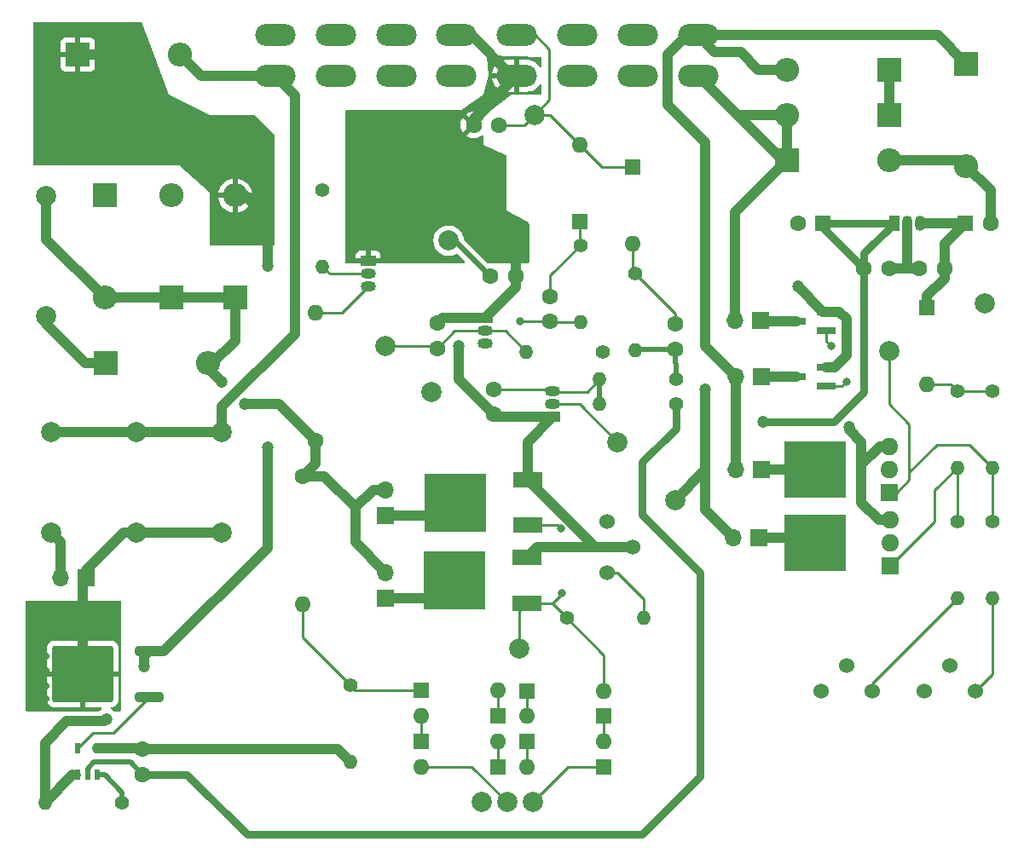
<source format=gtl>
%TF.GenerationSoftware,KiCad,Pcbnew,7.0.2*%
%TF.CreationDate,2024-11-06T13:00:57+09:00*%
%TF.ProjectId,YZ_CDI_TEST_V1,595a5f43-4449-45f5-9445-53545f56312e,rev?*%
%TF.SameCoordinates,Original*%
%TF.FileFunction,Copper,L1,Top*%
%TF.FilePolarity,Positive*%
%FSLAX46Y46*%
G04 Gerber Fmt 4.6, Leading zero omitted, Abs format (unit mm)*
G04 Created by KiCad (PCBNEW 7.0.2) date 2024-11-06 13:00:57*
%MOMM*%
%LPD*%
G01*
G04 APERTURE LIST*
G04 Aperture macros list*
%AMRoundRect*
0 Rectangle with rounded corners*
0 $1 Rounding radius*
0 $2 $3 $4 $5 $6 $7 $8 $9 X,Y pos of 4 corners*
0 Add a 4 corners polygon primitive as box body*
4,1,4,$2,$3,$4,$5,$6,$7,$8,$9,$2,$3,0*
0 Add four circle primitives for the rounded corners*
1,1,$1+$1,$2,$3*
1,1,$1+$1,$4,$5*
1,1,$1+$1,$6,$7*
1,1,$1+$1,$8,$9*
0 Add four rect primitives between the rounded corners*
20,1,$1+$1,$2,$3,$4,$5,0*
20,1,$1+$1,$4,$5,$6,$7,0*
20,1,$1+$1,$6,$7,$8,$9,0*
20,1,$1+$1,$8,$9,$2,$3,0*%
G04 Aperture macros list end*
%TA.AperFunction,ComponentPad*%
%ADD10R,1.800000X1.717500*%
%TD*%
%TA.AperFunction,ComponentPad*%
%ADD11O,1.800000X1.717500*%
%TD*%
%TA.AperFunction,SMDPad,CuDef*%
%ADD12R,6.200000X5.700000*%
%TD*%
%TA.AperFunction,ComponentPad*%
%ADD13C,2.000000*%
%TD*%
%TA.AperFunction,ComponentPad*%
%ADD14C,1.400000*%
%TD*%
%TA.AperFunction,ComponentPad*%
%ADD15O,1.400000X1.400000*%
%TD*%
%TA.AperFunction,SMDPad,CuDef*%
%ADD16R,1.900000X0.800000*%
%TD*%
%TA.AperFunction,ComponentPad*%
%ADD17R,1.600000X1.600000*%
%TD*%
%TA.AperFunction,ComponentPad*%
%ADD18O,1.600000X1.600000*%
%TD*%
%TA.AperFunction,SMDPad,CuDef*%
%ADD19R,0.600000X1.050000*%
%TD*%
%TA.AperFunction,ComponentPad*%
%ADD20C,1.600000*%
%TD*%
%TA.AperFunction,ComponentPad*%
%ADD21R,2.400000X2.400000*%
%TD*%
%TA.AperFunction,ComponentPad*%
%ADD22O,2.400000X2.400000*%
%TD*%
%TA.AperFunction,ComponentPad*%
%ADD23R,1.700000X1.700000*%
%TD*%
%TA.AperFunction,ComponentPad*%
%ADD24O,1.700000X1.700000*%
%TD*%
%TA.AperFunction,ComponentPad*%
%ADD25R,1.500000X1.050000*%
%TD*%
%TA.AperFunction,ComponentPad*%
%ADD26O,1.500000X1.050000*%
%TD*%
%TA.AperFunction,ComponentPad*%
%ADD27O,4.000000X2.200000*%
%TD*%
%TA.AperFunction,SMDPad,CuDef*%
%ADD28R,3.000000X1.600000*%
%TD*%
%TA.AperFunction,SMDPad,CuDef*%
%ADD29R,6.200000X5.800000*%
%TD*%
%TA.AperFunction,ComponentPad*%
%ADD30C,1.524000*%
%TD*%
%TA.AperFunction,SMDPad,CuDef*%
%ADD31RoundRect,0.240000X1.175000X-0.240000X1.175000X0.240000X-1.175000X0.240000X-1.175000X-0.240000X0*%
%TD*%
%TA.AperFunction,SMDPad,CuDef*%
%ADD32RoundRect,0.281500X2.768500X-2.533500X2.768500X2.533500X-2.768500X2.533500X-2.768500X-2.533500X0*%
%TD*%
%TA.AperFunction,ComponentPad*%
%ADD33R,1.050000X1.500000*%
%TD*%
%TA.AperFunction,ComponentPad*%
%ADD34O,1.050000X1.500000*%
%TD*%
%TA.AperFunction,ViaPad*%
%ADD35C,1.200000*%
%TD*%
%TA.AperFunction,ViaPad*%
%ADD36C,0.800000*%
%TD*%
%TA.AperFunction,ViaPad*%
%ADD37C,0.700000*%
%TD*%
%TA.AperFunction,Conductor*%
%ADD38C,0.250000*%
%TD*%
%TA.AperFunction,Conductor*%
%ADD39C,1.000000*%
%TD*%
%TA.AperFunction,Conductor*%
%ADD40C,0.600000*%
%TD*%
%TA.AperFunction,Conductor*%
%ADD41C,0.800000*%
%TD*%
%TA.AperFunction,Conductor*%
%ADD42C,0.500000*%
%TD*%
G04 APERTURE END LIST*
D10*
%TO.P,Q6,1,G*%
%TO.N,Net-(Q5-G)*%
X191390000Y-104000000D03*
D11*
%TO.P,Q6,2*%
%TO.N,N/C*%
X191390000Y-101710000D03*
%TO.P,Q6,3,S*%
%TO.N,GND*%
X191390000Y-99420000D03*
D12*
%TO.P,Q6,4,D*%
%TO.N,Net-(JP4-A)*%
X183956667Y-101710000D03*
%TD*%
D13*
%TO.P,TP5,1,1*%
%TO.N,Net-(Q2-C)*%
X141350000Y-89500000D03*
%TD*%
D14*
%TO.P,R2,1*%
%TO.N,Net-(D1-K)*%
X160670000Y-79460000D03*
D15*
%TO.P,R2,2*%
%TO.N,Net-(Q2-B)*%
X160670000Y-87080000D03*
%TD*%
D16*
%TO.P,Q3,1,G*%
%TO.N,Net-(Q3-G)*%
X185100000Y-87950000D03*
%TO.P,Q3,2,S*%
%TO.N,GND*%
X185100000Y-86050000D03*
%TO.P,Q3,3,D*%
%TO.N,Net-(JP1-A)*%
X182100000Y-87000000D03*
%TD*%
D17*
%TO.P,DZ1,1,K*%
%TO.N,+12V*%
X195100000Y-85690000D03*
D18*
%TO.P,DZ1,2,A*%
%TO.N,Net-(DZ1-A)*%
X195100000Y-93310000D03*
%TD*%
D19*
%TO.P,U2,1,GND*%
%TO.N,GND*%
X110787500Y-132087500D03*
%TO.P,U2,2,VDD*%
%TO.N,+5V*%
X111737500Y-132087500D03*
%TO.P,U2,3,IN*%
%TO.N,Net-(E1-C)*%
X112687500Y-132087500D03*
%TO.P,U2,4,GND*%
%TO.N,GND*%
X112687500Y-129387500D03*
%TO.P,U2,5,OUT*%
%TO.N,Net-(Q9-G)*%
X110787500Y-129387500D03*
%TD*%
D20*
%TO.P,C6,1*%
%TO.N,Net-(Q2-C)*%
X146490000Y-89690000D03*
%TO.P,C6,2*%
%TO.N,GND*%
X146490000Y-87190000D03*
%TD*%
%TO.P,C1,1*%
%TO.N,/WL*%
X152600000Y-67500000D03*
%TO.P,C1,2*%
%TO.N,GND*%
X150100000Y-67500000D03*
%TD*%
D21*
%TO.P,D9,1,K*%
%TO.N,/GW*%
X181190000Y-71000000D03*
D22*
%TO.P,D9,2,A*%
%TO.N,GND*%
X191350000Y-71000000D03*
%TD*%
D23*
%TO.P,JP4,1,A*%
%TO.N,Net-(JP4-A)*%
X178640000Y-101750000D03*
D24*
%TO.P,JP4,2,B*%
%TO.N,/GL*%
X176100000Y-101750000D03*
%TD*%
D13*
%TO.P,TP10,1,1*%
%TO.N,Net-(DZ5-A)*%
X154600000Y-119500000D03*
%TD*%
%TO.P,TP2,1,1*%
%TO.N,Net-(Q1-B)*%
X145920000Y-94000000D03*
%TD*%
%TO.P,TP9,1,1*%
%TO.N,/CHG*%
X107650000Y-74582944D03*
%TD*%
D17*
%TO.P,DZ2,1,K*%
%TO.N,Net-(DZ2-K)*%
X163020000Y-131250000D03*
D18*
%TO.P,DZ2,2,A*%
%TO.N,Net-(DZ2-A)*%
X155400000Y-131250000D03*
%TD*%
D20*
%TO.P,C11,1*%
%TO.N,+5V*%
X117187500Y-132037500D03*
%TO.P,C11,2*%
%TO.N,GND*%
X117187500Y-129537500D03*
%TD*%
D21*
%TO.P,D3,1,K*%
%TO.N,/CHG*%
X120050000Y-84662944D03*
D22*
%TO.P,D3,2,A*%
%TO.N,/BR*%
X120050000Y-74502944D03*
%TD*%
D23*
%TO.P,JP6,1,A*%
%TO.N,Net-(JP6-A)*%
X141350000Y-106275000D03*
D24*
%TO.P,JP6,2,B*%
%TO.N,/CHG*%
X141350000Y-103735000D03*
%TD*%
D14*
%TO.P,R6,1*%
%TO.N,+5V*%
X135100000Y-73940000D03*
D15*
%TO.P,R6,2*%
%TO.N,Net-(E1-C)*%
X135100000Y-81560000D03*
%TD*%
D14*
%TO.P,R10,1*%
%TO.N,Net-(Q5-G)*%
X201600000Y-106940000D03*
D15*
%TO.P,R10,2*%
%TO.N,Net-(R10-Pad2)*%
X201600000Y-114560000D03*
%TD*%
D22*
%TO.P,D6,2,A*%
%TO.N,/GL*%
X181190000Y-62000000D03*
D21*
%TO.P,D6,1,K*%
%TO.N,+12V*%
X191350000Y-62000000D03*
%TD*%
%TO.P,D10,1,K*%
%TO.N,/CAP+*%
X113570000Y-91182944D03*
D22*
%TO.P,D10,2,A*%
%TO.N,/CHG*%
X123730000Y-91182944D03*
%TD*%
D17*
%TO.P,C10,1*%
%TO.N,+5V*%
X184782379Y-77250000D03*
D20*
%TO.P,C10,2*%
%TO.N,GND*%
X182282379Y-77250000D03*
%TD*%
D25*
%TO.P,Q2,1,E*%
%TO.N,GND*%
X151190000Y-86700000D03*
D26*
%TO.P,Q2,2,C*%
%TO.N,Net-(Q2-C)*%
X151190000Y-87970000D03*
%TO.P,Q2,3,B*%
%TO.N,Net-(Q2-B)*%
X151190000Y-89240000D03*
%TD*%
D14*
%TO.P,R1,1*%
%TO.N,Net-(D2-A)*%
X166110000Y-82270000D03*
D15*
%TO.P,R1,2*%
%TO.N,Net-(C2-Pad2)*%
X166110000Y-89890000D03*
%TD*%
D14*
%TO.P,R7,1*%
%TO.N,Net-(Q3-G)*%
X198100000Y-106940000D03*
D15*
%TO.P,R7,2*%
%TO.N,Net-(R7-Pad2)*%
X198100000Y-114560000D03*
%TD*%
D25*
%TO.P,Q1,1,E*%
%TO.N,GND*%
X157920000Y-96520000D03*
D26*
%TO.P,Q1,2,C*%
%TO.N,Net-(E1-C)*%
X157920000Y-95250000D03*
%TO.P,Q1,3,B*%
%TO.N,Net-(Q1-B)*%
X157920000Y-93980000D03*
%TD*%
D17*
%TO.P,D1,1,K*%
%TO.N,Net-(D1-K)*%
X160600000Y-77060000D03*
D18*
%TO.P,D1,2,A*%
%TO.N,/WL*%
X160600000Y-69440000D03*
%TD*%
D27*
%TO.P,CN1,1,BW_KILL*%
%TO.N,/BW*%
X130391796Y-58595520D03*
%TO.P,CN1,2,BR_CHG1*%
%TO.N,/BR*%
X136391796Y-58595520D03*
%TO.P,CN1,3,R_SOL*%
%TO.N,unconnected-(CN1-R_SOL-Pad3)*%
X142391796Y-58595520D03*
%TO.P,CN1,4,B_GND*%
%TO.N,GND*%
X148391796Y-58595520D03*
%TO.P,CN1,5,WL_PU*%
%TO.N,/WL*%
X154391796Y-58595520D03*
%TO.P,CN1,6,L_TPS_REF+*%
%TO.N,unconnected-(CN1-L_TPS_REF+-Pad6)*%
X160391796Y-58595520D03*
%TO.P,CN1,7,BL_TPS_GND*%
%TO.N,unconnected-(CN1-BL_TPS_GND-Pad7)*%
X166391796Y-58595520D03*
%TO.P,CN1,8,GL_CHG2-*%
%TO.N,/GL*%
X172391796Y-58595520D03*
%TO.P,CN1,9,GW_CHG2-*%
%TO.N,/GW*%
X172391796Y-62595520D03*
%TO.P,CN1,10,Y_TPS_IN*%
%TO.N,unconnected-(CN1-Y_TPS_IN-Pad10)*%
X166391796Y-62595520D03*
%TO.P,CN1,11,NON*%
%TO.N,unconnected-(CN1-NON-Pad11)*%
X160391796Y-62595520D03*
%TO.P,CN1,12,WR_PU_GND*%
%TO.N,GND*%
X154391796Y-62595520D03*
%TO.P,CN1,13,NON*%
%TO.N,unconnected-(CN1-NON-Pad13)*%
X148391796Y-62595520D03*
%TO.P,CN1,14,SB_NW_SW*%
%TO.N,unconnected-(CN1-SB_NW_SW-Pad14)*%
X142391796Y-62595520D03*
%TO.P,CN1,15,NON*%
%TO.N,unconnected-(CN1-NON-Pad15)*%
X136391796Y-62595520D03*
%TO.P,CN1,16,OR_IG*%
%TO.N,/OR*%
X130391796Y-62595520D03*
%TD*%
D10*
%TO.P,Q4,1,G*%
%TO.N,Net-(Q3-G)*%
X191430000Y-111290000D03*
D11*
%TO.P,Q4,2*%
%TO.N,N/C*%
X191430000Y-109000000D03*
%TO.P,Q4,3,S*%
%TO.N,GND*%
X191430000Y-106710000D03*
D12*
%TO.P,Q4,4,D*%
%TO.N,Net-(JP2-A)*%
X183996667Y-109000000D03*
%TD*%
D21*
%TO.P,D8,1,K*%
%TO.N,/GL*%
X199020000Y-61420000D03*
D22*
%TO.P,D8,2,A*%
%TO.N,GND*%
X199020000Y-71580000D03*
%TD*%
D28*
%TO.P,Q8,1,G*%
%TO.N,Net-(DZ5-A)*%
X155430000Y-107285000D03*
%TO.P,Q8,3,S*%
%TO.N,GND*%
X155430000Y-102715000D03*
D29*
%TO.P,Q8,4,D*%
%TO.N,Net-(JP6-A)*%
X148260000Y-105000000D03*
%TD*%
D17*
%TO.P,DZ7,1,K*%
%TO.N,Net-(DZ6-A)*%
X152520000Y-126250000D03*
D18*
%TO.P,DZ7,2,A*%
%TO.N,Net-(DZ7-A)*%
X144900000Y-126250000D03*
%TD*%
D28*
%TO.P,Q7,1,G*%
%TO.N,Net-(DZ5-A)*%
X155350000Y-115070000D03*
%TO.P,Q7,3,S*%
%TO.N,GND*%
X155350000Y-110500000D03*
D29*
%TO.P,Q7,4,D*%
%TO.N,Net-(JP5-A)*%
X148180000Y-112785000D03*
%TD*%
D20*
%TO.P,C9,1*%
%TO.N,+5V*%
X188850000Y-81750000D03*
%TO.P,C9,2*%
%TO.N,GND*%
X191350000Y-81750000D03*
%TD*%
D23*
%TO.P,JP5,1,A*%
%TO.N,Net-(JP5-A)*%
X141350000Y-114500000D03*
D24*
%TO.P,JP5,2,B*%
%TO.N,/CHG*%
X141350000Y-111960000D03*
%TD*%
D13*
%TO.P,C13,1*%
%TO.N,/OR*%
X125100000Y-98000000D03*
%TO.P,C13,2*%
%TO.N,/CAP+*%
X125100000Y-108000000D03*
%TD*%
%TO.P,TP3,1,1*%
%TO.N,Net-(Q2-B)*%
X147600000Y-79000000D03*
%TD*%
D21*
%TO.P,D5,1,K*%
%TO.N,/CHG*%
X126400000Y-84662944D03*
D22*
%TO.P,D5,2,A*%
%TO.N,GND*%
X126400000Y-74502944D03*
%TD*%
D20*
%TO.P,C8,1*%
%TO.N,+12V*%
X196850000Y-81750000D03*
%TO.P,C8,2*%
%TO.N,GND*%
X194350000Y-81750000D03*
%TD*%
D14*
%TO.P,R12,1*%
%TO.N,Net-(DZ5-A)*%
X159350000Y-116500000D03*
D15*
%TO.P,R12,2*%
%TO.N,Net-(R12-Pad2)*%
X166970000Y-116500000D03*
%TD*%
D21*
%TO.P,D4,1,K*%
%TO.N,/BW*%
X113450000Y-74502944D03*
D22*
%TO.P,D4,2,A*%
%TO.N,/CHG*%
X113450000Y-84662944D03*
%TD*%
D13*
%TO.P,TP8,1,1*%
%TO.N,+12V*%
X200850000Y-85250000D03*
%TD*%
%TO.P,C14,1*%
%TO.N,/OR*%
X116600000Y-98000000D03*
%TO.P,C14,2*%
%TO.N,/CAP+*%
X116600000Y-108000000D03*
%TD*%
D16*
%TO.P,Q5,1,G*%
%TO.N,Net-(Q5-G)*%
X185115000Y-93450000D03*
%TO.P,Q5,2,S*%
%TO.N,GND*%
X185115000Y-91550000D03*
%TO.P,Q5,3,D*%
%TO.N,Net-(JP3-A)*%
X182115000Y-92500000D03*
%TD*%
D17*
%TO.P,C7,1*%
%TO.N,+12V*%
X198917620Y-77250000D03*
D20*
%TO.P,C7,2*%
%TO.N,GND*%
X201417620Y-77250000D03*
%TD*%
D13*
%TO.P,SW1,1,A*%
%TO.N,Net-(DZ5-A)*%
X150850000Y-134750000D03*
%TO.P,SW1,2,B*%
%TO.N,Net-(DZ9-A)*%
X153390000Y-134750000D03*
%TO.P,SW1,3,C*%
%TO.N,Net-(DZ2-K)*%
X155930000Y-134750000D03*
%TD*%
D20*
%TO.P,C4,1*%
%TO.N,Net-(Q1-B)*%
X152060000Y-93750000D03*
%TO.P,C4,2*%
%TO.N,GND*%
X152060000Y-96250000D03*
%TD*%
D21*
%TO.P,D7,1,K*%
%TO.N,+12V*%
X191350000Y-66500000D03*
D22*
%TO.P,D7,2,A*%
%TO.N,/GW*%
X181190000Y-66500000D03*
%TD*%
D17*
%TO.P,DZ5,1,K*%
%TO.N,Net-(DZ4-A)*%
X155400000Y-123750000D03*
D18*
%TO.P,DZ5,2,A*%
%TO.N,Net-(DZ5-A)*%
X163020000Y-123750000D03*
%TD*%
D13*
%TO.P,TP1,1,1*%
%TO.N,/WL*%
X156100000Y-66500000D03*
%TD*%
%TO.P,TP11,1,1*%
%TO.N,/CAP+*%
X107600000Y-86500000D03*
%TD*%
D17*
%TO.P,DZ8,1,K*%
%TO.N,Net-(DZ7-A)*%
X144890000Y-128750000D03*
D18*
%TO.P,DZ8,2,A*%
%TO.N,Net-(DZ8-A)*%
X152510000Y-128750000D03*
%TD*%
D23*
%TO.P,JP2,1,A*%
%TO.N,Net-(JP2-A)*%
X178390000Y-108500000D03*
D24*
%TO.P,JP2,2,B*%
%TO.N,/GW*%
X175850000Y-108500000D03*
%TD*%
D17*
%TO.P,DZ6,1,K*%
%TO.N,Net-(DZ6-K)*%
X144890000Y-123650000D03*
D18*
%TO.P,DZ6,2,A*%
%TO.N,Net-(DZ6-A)*%
X152510000Y-123650000D03*
%TD*%
D25*
%TO.P,E1,1,E*%
%TO.N,GND*%
X139600000Y-81000000D03*
D26*
%TO.P,E1,2,C*%
%TO.N,Net-(E1-C)*%
X139600000Y-82270000D03*
%TO.P,E1,3,B*%
%TO.N,Net-(E1-B)*%
X139600000Y-83540000D03*
%TD*%
D30*
%TO.P,RN2,1*%
%TO.N,Net-(R10-Pad2)*%
X199890000Y-123750000D03*
%TO.P,RN2,2*%
%TO.N,GND*%
X197350000Y-121210000D03*
%TO.P,RN2,3*%
%TO.N,unconnected-(RN2-Pad3)*%
X194810000Y-123750000D03*
%TD*%
D23*
%TO.P,JP1,1,A*%
%TO.N,Net-(JP1-A)*%
X178600000Y-86950000D03*
D24*
%TO.P,JP1,2,B*%
%TO.N,/GW*%
X176060000Y-86950000D03*
%TD*%
D20*
%TO.P,C5,1*%
%TO.N,Net-(Q2-B)*%
X151740000Y-82540000D03*
%TO.P,C5,2*%
%TO.N,GND*%
X154240000Y-82540000D03*
%TD*%
D14*
%TO.P,R5,1*%
%TO.N,+5V*%
X162920000Y-90020000D03*
D15*
%TO.P,R5,2*%
%TO.N,Net-(Q2-C)*%
X155300000Y-90020000D03*
%TD*%
D13*
%TO.P,TP7,1,1*%
%TO.N,Net-(Q5-G)*%
X191350000Y-90000000D03*
%TD*%
D20*
%TO.P,C2,1*%
%TO.N,Net-(D2-A)*%
X170110000Y-87270000D03*
%TO.P,C2,2*%
%TO.N,Net-(C2-Pad2)*%
X170110000Y-89770000D03*
%TD*%
D17*
%TO.P,DZ4,1,K*%
%TO.N,Net-(DZ3-A)*%
X163020000Y-126250000D03*
D18*
%TO.P,DZ4,2,A*%
%TO.N,Net-(DZ4-A)*%
X155400000Y-126250000D03*
%TD*%
D20*
%TO.P,C3,1*%
%TO.N,Net-(D1-K)*%
X157670000Y-84520000D03*
%TO.P,C3,2*%
%TO.N,Net-(Q2-B)*%
X157670000Y-87020000D03*
%TD*%
D14*
%TO.P,R9,1*%
%TO.N,Net-(DZ1-A)*%
X198100000Y-93940000D03*
D15*
%TO.P,R9,2*%
%TO.N,Net-(Q3-G)*%
X198100000Y-101560000D03*
%TD*%
D14*
%TO.P,R14,1*%
%TO.N,Net-(DZ6-K)*%
X137850000Y-123190000D03*
D15*
%TO.P,R14,2*%
%TO.N,GND*%
X137850000Y-130810000D03*
%TD*%
D23*
%TO.P,JP3,1,A*%
%TO.N,Net-(JP3-A)*%
X178640000Y-92500000D03*
D24*
%TO.P,JP3,2,B*%
%TO.N,/GL*%
X176100000Y-92500000D03*
%TD*%
D14*
%TO.P,R11,1*%
%TO.N,Net-(DZ1-A)*%
X201600000Y-93940000D03*
D15*
%TO.P,R11,2*%
%TO.N,Net-(Q5-G)*%
X201600000Y-101560000D03*
%TD*%
D13*
%TO.P,C12,2*%
%TO.N,Net-(JP7-B)*%
X108100000Y-108000000D03*
%TO.P,C12,1*%
%TO.N,/OR*%
X108100000Y-98000000D03*
%TD*%
D20*
%TO.P,R13,1*%
%TO.N,/CHG*%
X133100000Y-102400000D03*
D18*
%TO.P,R13,2*%
%TO.N,Net-(DZ6-K)*%
X133100000Y-115100000D03*
%TD*%
D20*
%TO.P,R8,1*%
%TO.N,/CHG*%
X134350000Y-98850000D03*
D18*
%TO.P,R8,2*%
%TO.N,Net-(E1-B)*%
X134350000Y-86150000D03*
%TD*%
D17*
%TO.P,DZ9,1,K*%
%TO.N,Net-(DZ8-A)*%
X152510000Y-131250000D03*
D18*
%TO.P,DZ9,2,A*%
%TO.N,Net-(DZ9-A)*%
X144890000Y-131250000D03*
%TD*%
D31*
%TO.P,Q9,1,G*%
%TO.N,Net-(Q9-G)*%
X117902500Y-124323500D03*
D32*
%TO.P,Q9,2,D*%
%TO.N,/CAP+*%
X111252500Y-122037500D03*
D31*
%TO.P,Q9,3,S*%
%TO.N,GND*%
X117902500Y-119751500D03*
%TD*%
D13*
%TO.P,TP6,1,1*%
%TO.N,/GW*%
X170100000Y-104750000D03*
%TD*%
%TO.P,TP4,1,1*%
%TO.N,Net-(E1-C)*%
X164350000Y-99000000D03*
%TD*%
D30*
%TO.P,RN1,1*%
%TO.N,Net-(R7-Pad2)*%
X189640000Y-123750000D03*
%TO.P,RN1,2*%
%TO.N,GND*%
X187100000Y-121210000D03*
%TO.P,RN1,3*%
%TO.N,unconnected-(RN1-Pad3)*%
X184560000Y-123750000D03*
%TD*%
D14*
%TO.P,R4,1*%
%TO.N,+5V*%
X170200000Y-95240000D03*
D15*
%TO.P,R4,2*%
%TO.N,Net-(Q1-B)*%
X162580000Y-95240000D03*
%TD*%
D17*
%TO.P,D2,1,K*%
%TO.N,/WL*%
X165850000Y-71690000D03*
D18*
%TO.P,D2,2,A*%
%TO.N,Net-(D2-A)*%
X165850000Y-79310000D03*
%TD*%
D14*
%TO.P,R15,1*%
%TO.N,Net-(E1-C)*%
X115167500Y-134817500D03*
D15*
%TO.P,R15,2*%
%TO.N,GND*%
X107547500Y-134817500D03*
%TD*%
D21*
%TO.P,D11,1,K*%
%TO.N,GND*%
X110770000Y-60500000D03*
D22*
%TO.P,D11,2,A*%
%TO.N,/OR*%
X120930000Y-60500000D03*
%TD*%
D30*
%TO.P,RN3,1*%
%TO.N,Net-(R12-Pad2)*%
X163350000Y-112000000D03*
%TO.P,RN3,2*%
%TO.N,GND*%
X165890000Y-109460000D03*
%TO.P,RN3,3*%
%TO.N,unconnected-(RN3-Pad3)*%
X163350000Y-106920000D03*
%TD*%
D23*
%TO.P,JP7,1,A*%
%TO.N,/CAP+*%
X111600000Y-112500000D03*
D24*
%TO.P,JP7,2,B*%
%TO.N,Net-(JP7-B)*%
X109060000Y-112500000D03*
%TD*%
D14*
%TO.P,R3,1*%
%TO.N,Net-(C2-Pad2)*%
X170200000Y-92770000D03*
D15*
%TO.P,R3,2*%
%TO.N,Net-(Q1-B)*%
X162580000Y-92770000D03*
%TD*%
D17*
%TO.P,DZ3,1,K*%
%TO.N,Net-(DZ2-A)*%
X155400000Y-128750000D03*
D18*
%TO.P,DZ3,2,A*%
%TO.N,Net-(DZ3-A)*%
X163020000Y-128750000D03*
%TD*%
D33*
%TO.P,U1,1,VO*%
%TO.N,+5V*%
X191850000Y-77250000D03*
D34*
%TO.P,U1,2,GND*%
%TO.N,GND*%
X193120000Y-77250000D03*
%TO.P,U1,3,VI*%
%TO.N,+12V*%
X194390000Y-77250000D03*
%TD*%
D35*
%TO.N,GND*%
X129600000Y-99500000D03*
X129600000Y-81500000D03*
%TO.N,/CHG*%
X127350000Y-95250000D03*
X125100000Y-93000000D03*
%TO.N,GND*%
X187350000Y-97500000D03*
D36*
%TO.N,Net-(Q3-G)*%
X185600000Y-89500000D03*
%TO.N,Net-(Q5-G)*%
X187100000Y-93000000D03*
D35*
%TO.N,+5V*%
X178850000Y-97000000D03*
%TO.N,/GW*%
X173100000Y-93750000D03*
%TO.N,GND*%
X182282379Y-83567621D03*
D37*
%TO.N,/CAP+*%
X107600000Y-124500000D03*
X107600000Y-120250000D03*
X107600000Y-121750000D03*
X107600000Y-123250000D03*
X112600000Y-124500000D03*
X112600000Y-120250000D03*
X112600000Y-121750000D03*
X112600000Y-123250000D03*
X111350000Y-124500000D03*
X110100000Y-124500000D03*
X108850000Y-124500000D03*
X110100000Y-123250000D03*
X111350000Y-123250000D03*
X111350000Y-121750000D03*
X110100000Y-121750000D03*
X108850000Y-123250000D03*
X108850000Y-121750000D03*
X111350000Y-120250000D03*
X110100000Y-120250000D03*
X108850000Y-120250000D03*
D35*
%TO.N,GND*%
X148600000Y-89500000D03*
X113607500Y-126567500D03*
X117357500Y-121317500D03*
D36*
%TO.N,Net-(Q2-B)*%
X154670000Y-87020000D03*
%TO.N,Net-(DZ5-A)*%
X158755036Y-107594964D03*
X158850000Y-114000000D03*
%TD*%
D38*
%TO.N,Net-(E1-C)*%
X160600000Y-95250000D02*
X157920000Y-95250000D01*
D39*
%TO.N,GND*%
X155430000Y-99010000D02*
X157920000Y-96520000D01*
X155430000Y-102715000D02*
X155430000Y-99010000D01*
X127352944Y-74502944D02*
X126400000Y-74502944D01*
X129600000Y-76750000D02*
X127352944Y-74502944D01*
X129600000Y-81500000D02*
X129600000Y-76750000D01*
X129600000Y-109500000D02*
X129600000Y-99500000D01*
X119348500Y-119751500D02*
X129600000Y-109500000D01*
X117902500Y-119751500D02*
X119348500Y-119751500D01*
%TO.N,Net-(JP2-A)*%
X178390000Y-108500000D02*
X183496667Y-108500000D01*
%TO.N,GND*%
X113425000Y-126750000D02*
X113607500Y-126567500D01*
X107547500Y-128877500D02*
X109675000Y-126750000D01*
X109675000Y-126750000D02*
X113425000Y-126750000D01*
X107547500Y-134817500D02*
X107547500Y-128877500D01*
%TO.N,/OR*%
X125100000Y-95500000D02*
X125100000Y-98000000D01*
X132350000Y-88250000D02*
X125100000Y-95500000D01*
X132350000Y-64553724D02*
X132350000Y-88250000D01*
X130391796Y-62595520D02*
X132350000Y-64553724D01*
%TO.N,/CHG*%
X130750000Y-95250000D02*
X134350000Y-98850000D01*
X123730000Y-91630000D02*
X125100000Y-93000000D01*
X127350000Y-95250000D02*
X130750000Y-95250000D01*
D40*
%TO.N,GND*%
X110277500Y-132087500D02*
X110737500Y-132087500D01*
D39*
X107547500Y-134817500D02*
X110277500Y-132087500D01*
%TO.N,/CAP+*%
X107600000Y-87282944D02*
X107600000Y-86500000D01*
X111500000Y-91182944D02*
X107600000Y-87282944D01*
X113570000Y-91182944D02*
X111500000Y-91182944D01*
D38*
%TO.N,Net-(R7-Pad2)*%
X189640000Y-123020000D02*
X189640000Y-123750000D01*
X198100000Y-114560000D02*
X189640000Y-123020000D01*
%TO.N,Net-(R10-Pad2)*%
X201600000Y-122040000D02*
X199890000Y-123750000D01*
X201600000Y-114560000D02*
X201600000Y-122040000D01*
%TO.N,Net-(Q3-G)*%
X198100000Y-106940000D02*
X198100000Y-101560000D01*
%TO.N,Net-(Q5-G)*%
X201600000Y-106940000D02*
X201600000Y-101560000D01*
D39*
%TO.N,GND*%
X187350000Y-97753333D02*
X187350000Y-97500000D01*
X188600000Y-99003333D02*
X187350000Y-97753333D01*
X188600000Y-101250000D02*
X188600000Y-99003333D01*
D38*
%TO.N,Net-(Q3-G)*%
X185100000Y-89000000D02*
X185600000Y-89500000D01*
X185100000Y-87950000D02*
X185100000Y-89000000D01*
%TO.N,Net-(Q5-G)*%
X193350000Y-102000000D02*
X193350000Y-102750000D01*
X196100000Y-99250000D02*
X193350000Y-102000000D01*
X199290000Y-99250000D02*
X196100000Y-99250000D01*
X201600000Y-101560000D02*
X199290000Y-99250000D01*
%TO.N,Net-(DZ1-A)*%
X198100000Y-93940000D02*
X201600000Y-93940000D01*
X197470000Y-93310000D02*
X198100000Y-93940000D01*
X195100000Y-93310000D02*
X197470000Y-93310000D01*
%TO.N,Net-(Q3-G)*%
X195850000Y-106870000D02*
X195850000Y-103810000D01*
X191430000Y-111290000D02*
X195850000Y-106870000D01*
X195850000Y-103810000D02*
X198100000Y-101560000D01*
%TO.N,Net-(Q5-G)*%
X193350000Y-102750000D02*
X192100000Y-104000000D01*
X193350000Y-97250000D02*
X193350000Y-102750000D01*
X191350000Y-95250000D02*
X193350000Y-97250000D01*
X191350000Y-90000000D02*
X191350000Y-95250000D01*
X186650000Y-93450000D02*
X187100000Y-93000000D01*
X185115000Y-93450000D02*
X186650000Y-93450000D01*
D39*
%TO.N,GND*%
X188600000Y-101250000D02*
X188600000Y-105000000D01*
X190430000Y-99420000D02*
X188600000Y-101250000D01*
X188600000Y-105000000D02*
X190310000Y-106710000D01*
X190310000Y-106710000D02*
X191430000Y-106710000D01*
X191390000Y-99420000D02*
X190430000Y-99420000D01*
X187100000Y-90407500D02*
X187100000Y-86750000D01*
X186400000Y-86050000D02*
X185100000Y-86050000D01*
X185957500Y-91550000D02*
X187100000Y-90407500D01*
X185115000Y-91550000D02*
X185957500Y-91550000D01*
X187100000Y-86750000D02*
X186400000Y-86050000D01*
%TO.N,+12V*%
X196850000Y-82750000D02*
X196850000Y-81750000D01*
X195100000Y-84500000D02*
X196850000Y-82750000D01*
X195100000Y-85690000D02*
X195100000Y-84500000D01*
%TO.N,/CAP+*%
X111600000Y-112500000D02*
X111600000Y-111750000D01*
X115350000Y-108000000D02*
X116600000Y-108000000D01*
%TO.N,/OR*%
X108100000Y-98000000D02*
X116600000Y-98000000D01*
X125100000Y-98000000D02*
X116600000Y-98000000D01*
%TO.N,/CAP+*%
X116600000Y-108000000D02*
X125100000Y-108000000D01*
X111600000Y-111750000D02*
X115350000Y-108000000D01*
D41*
%TO.N,+5V*%
X170200000Y-97650000D02*
X170200000Y-95240000D01*
X166850000Y-106250000D02*
X166850000Y-101000000D01*
X166850000Y-101000000D02*
X170200000Y-97650000D01*
X172600000Y-112000000D02*
X166850000Y-106250000D01*
X166850000Y-138000000D02*
X172600000Y-132250000D01*
X172600000Y-132250000D02*
X172600000Y-112000000D01*
X117187500Y-132037500D02*
X121637500Y-132037500D01*
X121637500Y-132037500D02*
X127600000Y-138000000D01*
X127600000Y-138000000D02*
X166850000Y-138000000D01*
D39*
%TO.N,GND*%
X136577500Y-129537500D02*
X137850000Y-130810000D01*
X117187500Y-129537500D02*
X136577500Y-129537500D01*
D41*
%TO.N,+5V*%
X185850000Y-97000000D02*
X178850000Y-97000000D01*
X185850000Y-97000000D02*
X188850000Y-94000000D01*
X188850000Y-81750000D02*
X188850000Y-94000000D01*
D39*
%TO.N,/GW*%
X173100000Y-105750000D02*
X175850000Y-108500000D01*
X173100000Y-101750000D02*
X173100000Y-105750000D01*
X173100000Y-101750000D02*
X170100000Y-104750000D01*
X173100000Y-93750000D02*
X173100000Y-101750000D01*
%TO.N,/GL*%
X176100000Y-101750000D02*
X176100000Y-92500000D01*
%TO.N,Net-(JP4-A)*%
X178640000Y-101750000D02*
X183916667Y-101750000D01*
%TO.N,Net-(JP3-A)*%
X178640000Y-92500000D02*
X182115000Y-92500000D01*
%TO.N,/GL*%
X173100000Y-69250000D02*
X169350000Y-65500000D01*
X173100000Y-89500000D02*
X173100000Y-69250000D01*
X169350000Y-60500000D02*
X171254480Y-58595520D01*
X176100000Y-92500000D02*
X173100000Y-89500000D01*
X169350000Y-65500000D02*
X169350000Y-60500000D01*
%TO.N,Net-(JP1-A)*%
X182100000Y-87000000D02*
X178650000Y-87000000D01*
%TO.N,GND*%
X184764758Y-86050000D02*
X182282379Y-83567621D01*
X185100000Y-86050000D02*
X184764758Y-86050000D01*
%TO.N,/GW*%
X176060000Y-76130000D02*
X181190000Y-71000000D01*
X176060000Y-86950000D02*
X176060000Y-76130000D01*
D41*
%TO.N,+5V*%
X184782379Y-77682379D02*
X188850000Y-81750000D01*
X184782379Y-77250000D02*
X184782379Y-77682379D01*
X184782379Y-77250000D02*
X191850000Y-77250000D01*
X188850000Y-80250000D02*
X191850000Y-77250000D01*
X188850000Y-81750000D02*
X188850000Y-80250000D01*
D39*
%TO.N,+12V*%
X196850000Y-79317620D02*
X198917620Y-77250000D01*
X196850000Y-81750000D02*
X196850000Y-79317620D01*
%TO.N,GND*%
X193120000Y-81520000D02*
X193350000Y-81750000D01*
X193120000Y-77250000D02*
X193120000Y-81520000D01*
X193350000Y-81750000D02*
X191350000Y-81750000D01*
X194350000Y-81750000D02*
X193350000Y-81750000D01*
%TO.N,+12V*%
X198917620Y-77250000D02*
X194390000Y-77250000D01*
%TO.N,GND*%
X201417620Y-73977620D02*
X199020000Y-71580000D01*
X201417620Y-77250000D02*
X201417620Y-73977620D01*
%TO.N,/GW*%
X180796276Y-71000000D02*
X176296276Y-66500000D01*
X181190000Y-66500000D02*
X176296276Y-66500000D01*
X176296276Y-66500000D02*
X172391796Y-62595520D01*
%TO.N,/GL*%
X174046276Y-60250000D02*
X172391796Y-58595520D01*
X176600000Y-60250000D02*
X174046276Y-60250000D01*
X178350000Y-62000000D02*
X176600000Y-60250000D01*
X181190000Y-62000000D02*
X178350000Y-62000000D01*
X199020000Y-61420000D02*
X196195520Y-58595520D01*
X196195520Y-58595520D02*
X172391796Y-58595520D01*
%TO.N,GND*%
X198440000Y-71000000D02*
X199020000Y-71580000D01*
X191350000Y-71000000D02*
X198440000Y-71000000D01*
%TO.N,/GW*%
X181190000Y-66500000D02*
X181190000Y-71000000D01*
%TO.N,+12V*%
X191350000Y-62000000D02*
X191350000Y-66500000D01*
%TO.N,GND*%
X154100000Y-80250000D02*
X154240000Y-80390000D01*
X154240000Y-82540000D02*
X154240000Y-80390000D01*
X110770000Y-60500000D02*
X112397056Y-60500000D01*
%TO.N,/CAP+*%
X111252500Y-120152500D02*
X111252500Y-112847500D01*
D38*
%TO.N,/WL*%
X156100000Y-66500000D02*
X157600000Y-65000000D01*
X157600000Y-60000000D02*
X156195520Y-58595520D01*
X165850000Y-71690000D02*
X162850000Y-71690000D01*
X157660000Y-66500000D02*
X160600000Y-69440000D01*
X155100000Y-67500000D02*
X156100000Y-66500000D01*
X152600000Y-67500000D02*
X155100000Y-67500000D01*
X156100000Y-66500000D02*
X157660000Y-66500000D01*
X162850000Y-71690000D02*
X160600000Y-69440000D01*
X157600000Y-65000000D02*
X157600000Y-60000000D01*
D39*
%TO.N,GND*%
X152060000Y-96250000D02*
X148600000Y-92790000D01*
X150100000Y-67500000D02*
X150100000Y-66887316D01*
X149891796Y-58595520D02*
X148391796Y-58595520D01*
D42*
X110717500Y-132087500D02*
X110787500Y-132087500D01*
D39*
X150100000Y-66887316D02*
X154391796Y-62595520D01*
X162350000Y-109460000D02*
X156390000Y-109460000D01*
X146980000Y-86700000D02*
X151190000Y-86700000D01*
X165890000Y-109460000D02*
X162350000Y-109460000D01*
X117357500Y-121317500D02*
X117357500Y-120296500D01*
X154240000Y-83650000D02*
X151190000Y-86700000D01*
X162175000Y-109460000D02*
X162350000Y-109460000D01*
X148600000Y-92790000D02*
X148600000Y-89500000D01*
X146490000Y-87190000D02*
X146980000Y-86700000D01*
X112687500Y-129387500D02*
X117037500Y-129387500D01*
X152330000Y-96520000D02*
X157920000Y-96520000D01*
X152060000Y-96250000D02*
X152330000Y-96520000D01*
X155430000Y-102715000D02*
X162175000Y-109460000D01*
X156390000Y-109460000D02*
X155350000Y-110500000D01*
X154240000Y-82540000D02*
X154240000Y-83650000D01*
X117357500Y-120296500D02*
X117902500Y-119751500D01*
X153891796Y-62595520D02*
X149891796Y-58595520D01*
D38*
%TO.N,Net-(D2-A)*%
X165850000Y-79310000D02*
X165850000Y-82010000D01*
X170110000Y-86270000D02*
X170110000Y-87270000D01*
X166110000Y-82270000D02*
X170110000Y-86270000D01*
D42*
%TO.N,Net-(C2-Pad2)*%
X166430000Y-89890000D02*
X166550000Y-89770000D01*
X170110000Y-91150000D02*
X170200000Y-91240000D01*
X170200000Y-91240000D02*
X170200000Y-92770000D01*
X166550000Y-89770000D02*
X170110000Y-89770000D01*
X170110000Y-89770000D02*
X170110000Y-91150000D01*
D38*
%TO.N,Net-(D1-K)*%
X160600000Y-77060000D02*
X160600000Y-79390000D01*
X157670000Y-82460000D02*
X160670000Y-79460000D01*
X157670000Y-84520000D02*
X157670000Y-82460000D01*
D42*
%TO.N,Net-(Q2-B)*%
X151740000Y-82540000D02*
X148200000Y-79000000D01*
D38*
X160670000Y-87080000D02*
X157730000Y-87080000D01*
X154670000Y-87020000D02*
X157670000Y-87020000D01*
D42*
%TO.N,Net-(Q1-B)*%
X162580000Y-95240000D02*
X162580000Y-92770000D01*
D38*
X158470000Y-94000000D02*
X161350000Y-94000000D01*
X152060000Y-93750000D02*
X157690000Y-93750000D01*
X161350000Y-94000000D02*
X162580000Y-92770000D01*
%TO.N,Net-(Q2-C)*%
X141350000Y-89500000D02*
X146300000Y-89500000D01*
X148210000Y-87970000D02*
X151190000Y-87970000D01*
X153250000Y-87970000D02*
X151190000Y-87970000D01*
X146490000Y-89690000D02*
X148210000Y-87970000D01*
X155300000Y-90020000D02*
X153250000Y-87970000D01*
D42*
%TO.N,+5V*%
X112357500Y-130817500D02*
X111737500Y-131437500D01*
X117187500Y-132037500D02*
X115967500Y-130817500D01*
X115967500Y-130817500D02*
X112357500Y-130817500D01*
X111737500Y-131437500D02*
X111737500Y-132087500D01*
D39*
%TO.N,/OR*%
X130391796Y-62595520D02*
X123025520Y-62595520D01*
X123025520Y-62595520D02*
X120930000Y-60500000D01*
%TO.N,Net-(JP7-B)*%
X109060000Y-108960000D02*
X108100000Y-108000000D01*
X109060000Y-112500000D02*
X109060000Y-108960000D01*
%TO.N,/CHG*%
X126400000Y-84662944D02*
X126400000Y-88912944D01*
X134350000Y-98850000D02*
X134350000Y-101150000D01*
X107650000Y-78862944D02*
X107650000Y-74582944D01*
X138350000Y-105500000D02*
X135250000Y-102400000D01*
X140115000Y-103735000D02*
X141350000Y-103735000D01*
X126400000Y-88912944D02*
X124230000Y-91082944D01*
X141350000Y-111960000D02*
X138350000Y-108960000D01*
X138350000Y-105500000D02*
X140115000Y-103735000D01*
X138350000Y-108960000D02*
X138350000Y-105500000D01*
X113450000Y-84662944D02*
X107650000Y-78862944D01*
X134350000Y-101150000D02*
X133100000Y-102400000D01*
X120050000Y-84662944D02*
X113450000Y-84662944D01*
X135250000Y-102400000D02*
X133100000Y-102400000D01*
X120050000Y-84662944D02*
X126400000Y-84662944D01*
D38*
%TO.N,Net-(DZ2-K)*%
X163020000Y-131250000D02*
X159430000Y-131250000D01*
X159430000Y-131250000D02*
X155930000Y-134750000D01*
%TO.N,Net-(DZ2-A)*%
X155400000Y-128750000D02*
X155400000Y-131250000D01*
%TO.N,Net-(DZ3-A)*%
X163020000Y-128750000D02*
X163020000Y-126250000D01*
%TO.N,Net-(DZ4-A)*%
X155400000Y-123750000D02*
X155400000Y-126250000D01*
%TO.N,Net-(DZ5-A)*%
X155350000Y-115070000D02*
X157920000Y-115070000D01*
X158445072Y-107285000D02*
X158755036Y-107594964D01*
X163020000Y-120170000D02*
X159350000Y-116500000D01*
X154600000Y-119500000D02*
X154600000Y-115820000D01*
X158850000Y-114140000D02*
X157920000Y-115070000D01*
X155430000Y-107285000D02*
X158445072Y-107285000D01*
X163020000Y-123750000D02*
X163020000Y-120170000D01*
X158850000Y-114000000D02*
X158850000Y-114140000D01*
X157920000Y-115070000D02*
X159350000Y-116500000D01*
X154600000Y-115820000D02*
X155350000Y-115070000D01*
%TO.N,Net-(DZ6-K)*%
X133100000Y-118440000D02*
X137850000Y-123190000D01*
X138310000Y-123650000D02*
X137850000Y-123190000D01*
X144890000Y-123650000D02*
X138310000Y-123650000D01*
X133100000Y-115100000D02*
X133100000Y-118440000D01*
%TO.N,Net-(DZ6-A)*%
X152510000Y-123650000D02*
X152510000Y-126240000D01*
%TO.N,Net-(DZ7-A)*%
X144890000Y-128750000D02*
X144890000Y-126260000D01*
%TO.N,Net-(DZ8-A)*%
X152510000Y-128750000D02*
X152510000Y-131250000D01*
%TO.N,Net-(DZ9-A)*%
X144890000Y-131250000D02*
X149890000Y-131250000D01*
X149890000Y-131250000D02*
X153390000Y-134750000D01*
D39*
%TO.N,Net-(JP5-A)*%
X141350000Y-114500000D02*
X146465000Y-114500000D01*
%TO.N,Net-(JP6-A)*%
X141350000Y-106275000D02*
X146985000Y-106275000D01*
D38*
%TO.N,Net-(E1-C)*%
X139600000Y-82270000D02*
X135810000Y-82270000D01*
X164350000Y-99000000D02*
X160600000Y-95250000D01*
X135810000Y-82270000D02*
X135100000Y-81560000D01*
D42*
X112687500Y-132087500D02*
X113437500Y-132087500D01*
X113437500Y-132087500D02*
X115167500Y-133817500D01*
X115167500Y-133817500D02*
X115167500Y-134817500D01*
D38*
%TO.N,Net-(E1-B)*%
X134350000Y-86150000D02*
X136990000Y-86150000D01*
X136990000Y-86150000D02*
X139600000Y-83540000D01*
%TO.N,Net-(Q9-G)*%
X110787500Y-129387500D02*
X112282999Y-127892001D01*
X112282999Y-127892001D02*
X114333999Y-127892001D01*
X114333999Y-127892001D02*
X117902500Y-124323500D01*
%TO.N,Net-(R12-Pad2)*%
X166970000Y-116500000D02*
X166970000Y-114620000D01*
X166970000Y-114620000D02*
X164350000Y-112000000D01*
X164350000Y-112000000D02*
X163350000Y-112000000D01*
%TD*%
%TA.AperFunction,Conductor*%
%TO.N,GND*%
G36*
X156729510Y-60746589D02*
G01*
X156795964Y-60768162D01*
X156840207Y-60822239D01*
X156850000Y-60870539D01*
X156850000Y-61636397D01*
X156830315Y-61703436D01*
X156777511Y-61749191D01*
X156708353Y-61759135D01*
X156644797Y-61730110D01*
X156620273Y-61701187D01*
X156590226Y-61652156D01*
X156426665Y-61460650D01*
X156235160Y-61297089D01*
X156020428Y-61165502D01*
X155787752Y-61069123D01*
X155542866Y-61010332D01*
X155357099Y-60995711D01*
X155352220Y-60995520D01*
X154641796Y-60995520D01*
X154641796Y-62095520D01*
X154141796Y-62095520D01*
X154141796Y-60995520D01*
X153431372Y-60995520D01*
X153426492Y-60995711D01*
X153240725Y-61010332D01*
X152995839Y-61069123D01*
X152763163Y-61165502D01*
X152548431Y-61297089D01*
X152356926Y-61460650D01*
X152193365Y-61652155D01*
X152061778Y-61866887D01*
X151965399Y-62099563D01*
X151906607Y-62344451D01*
X151906524Y-62345519D01*
X151906525Y-62345520D01*
X153058110Y-62345520D01*
X153032303Y-62385676D01*
X152991796Y-62523631D01*
X152991796Y-62667409D01*
X153032303Y-62805364D01*
X153058110Y-62845520D01*
X151906524Y-62845520D01*
X151906607Y-62846588D01*
X151965399Y-63091476D01*
X152061778Y-63324152D01*
X152193365Y-63538884D01*
X152356926Y-63730389D01*
X152548431Y-63893950D01*
X152763163Y-64025537D01*
X152995839Y-64121916D01*
X153240725Y-64180707D01*
X153426492Y-64195328D01*
X153431372Y-64195520D01*
X154141796Y-64195520D01*
X154141796Y-63095520D01*
X154641796Y-63095520D01*
X154641796Y-64195520D01*
X155352220Y-64195520D01*
X155357099Y-64195328D01*
X155542866Y-64180707D01*
X155787752Y-64121916D01*
X156020428Y-64025537D01*
X156235160Y-63893950D01*
X156426665Y-63730389D01*
X156590225Y-63538885D01*
X156620272Y-63489853D01*
X156672084Y-63442977D01*
X156741013Y-63431554D01*
X156805176Y-63459211D01*
X156844201Y-63517166D01*
X156850000Y-63554642D01*
X156850000Y-64376000D01*
X156830315Y-64443039D01*
X156777511Y-64488794D01*
X156726000Y-64500000D01*
X153850000Y-64500000D01*
X151645183Y-66214858D01*
X151600000Y-66250000D01*
X151597281Y-66252718D01*
X151597281Y-66252719D01*
X151172522Y-66677476D01*
X151172522Y-66677478D01*
X151100000Y-66750000D01*
X151100000Y-66853552D01*
X150497953Y-67455598D01*
X150485165Y-67374852D01*
X150427641Y-67261955D01*
X150338045Y-67172359D01*
X150225148Y-67114835D01*
X150144400Y-67102046D01*
X150825472Y-66420974D01*
X150825471Y-66420972D01*
X150752484Y-66369866D01*
X150546326Y-66273733D01*
X150326602Y-66214858D01*
X150099999Y-66195033D01*
X149873397Y-66214858D01*
X149653672Y-66273733D01*
X149447516Y-66369865D01*
X149374527Y-66420973D01*
X149374526Y-66420973D01*
X150055600Y-67102046D01*
X149974852Y-67114835D01*
X149861955Y-67172359D01*
X149772359Y-67261955D01*
X149714835Y-67374852D01*
X149702046Y-67455599D01*
X149020973Y-66774526D01*
X149020973Y-66774527D01*
X148969865Y-66847516D01*
X148873733Y-67053672D01*
X148814858Y-67273397D01*
X148795033Y-67500000D01*
X148814858Y-67726602D01*
X148873733Y-67946326D01*
X148969866Y-68152484D01*
X149020972Y-68225471D01*
X149020974Y-68225472D01*
X149702046Y-67544399D01*
X149714835Y-67625148D01*
X149772359Y-67738045D01*
X149861955Y-67827641D01*
X149974852Y-67885165D01*
X150055599Y-67897953D01*
X149374526Y-68579025D01*
X149374526Y-68579026D01*
X149447515Y-68630133D01*
X149653673Y-68726266D01*
X149873397Y-68785141D01*
X150100000Y-68804966D01*
X150326602Y-68785141D01*
X150546326Y-68726266D01*
X150752480Y-68630134D01*
X150904876Y-68523426D01*
X150971082Y-68501099D01*
X151038850Y-68518109D01*
X151086663Y-68569057D01*
X151100000Y-68625000D01*
X151100000Y-69500000D01*
X153276362Y-70467272D01*
X153329628Y-70512487D01*
X153349994Y-70579322D01*
X153350000Y-70580584D01*
X153350000Y-76000000D01*
X155536220Y-77214567D01*
X155585263Y-77264331D01*
X155600000Y-77322962D01*
X155600000Y-81126000D01*
X155580315Y-81193039D01*
X155527511Y-81238794D01*
X155476000Y-81250000D01*
X154416477Y-81250000D01*
X154405670Y-81249528D01*
X154240000Y-81235033D01*
X154074330Y-81249528D01*
X154063523Y-81250000D01*
X151922212Y-81250000D01*
X151911405Y-81249528D01*
X151896584Y-81248231D01*
X151739998Y-81234531D01*
X151573138Y-81249129D01*
X151504638Y-81235362D01*
X151474650Y-81213282D01*
X149123715Y-78862347D01*
X149090230Y-78801024D01*
X149087820Y-78784913D01*
X149085108Y-78752179D01*
X149024063Y-78511119D01*
X148924173Y-78283393D01*
X148788164Y-78075215D01*
X148619744Y-77892262D01*
X148597612Y-77875036D01*
X148423514Y-77739529D01*
X148423510Y-77739526D01*
X148423509Y-77739526D01*
X148204810Y-77621172D01*
X148204806Y-77621170D01*
X148204805Y-77621170D01*
X147969615Y-77540429D01*
X147724335Y-77499500D01*
X147475665Y-77499500D01*
X147230384Y-77540429D01*
X146995194Y-77621170D01*
X146776485Y-77739529D01*
X146580259Y-77892259D01*
X146411837Y-78075214D01*
X146275825Y-78283395D01*
X146175938Y-78511117D01*
X146114891Y-78752183D01*
X146094356Y-78999999D01*
X146114891Y-79247816D01*
X146114891Y-79247819D01*
X146114892Y-79247821D01*
X146175937Y-79488881D01*
X146220960Y-79591523D01*
X146275825Y-79716604D01*
X146275827Y-79716607D01*
X146411836Y-79924785D01*
X146580256Y-80107738D01*
X146580259Y-80107740D01*
X146776485Y-80260470D01*
X146776487Y-80260471D01*
X146776491Y-80260474D01*
X146995190Y-80378828D01*
X147230386Y-80459571D01*
X147475665Y-80500500D01*
X147724335Y-80500500D01*
X147969614Y-80459571D01*
X148204810Y-80378828D01*
X148326359Y-80313047D01*
X148394682Y-80298453D01*
X148460054Y-80323115D01*
X148473054Y-80334422D01*
X149176951Y-81038319D01*
X149210436Y-81099642D01*
X149205452Y-81169334D01*
X149163580Y-81225267D01*
X149098116Y-81249684D01*
X149089270Y-81250000D01*
X139937315Y-81250000D01*
X139925161Y-81249403D01*
X139883855Y-81245334D01*
X139918278Y-81207941D01*
X139968551Y-81093330D01*
X139978886Y-80968605D01*
X139948163Y-80847281D01*
X139884606Y-80750000D01*
X140850000Y-80750000D01*
X140850000Y-80430481D01*
X140849645Y-80423867D01*
X140843599Y-80367628D01*
X140793352Y-80232910D01*
X140707188Y-80117811D01*
X140592089Y-80031647D01*
X140457371Y-79981400D01*
X140401132Y-79975354D01*
X140394518Y-79975000D01*
X139850000Y-79975000D01*
X139850000Y-80719382D01*
X139780948Y-80665637D01*
X139662576Y-80625000D01*
X139568927Y-80625000D01*
X139476554Y-80640414D01*
X139366486Y-80699981D01*
X139350000Y-80717889D01*
X139350000Y-79975000D01*
X138805482Y-79975000D01*
X138798867Y-79975354D01*
X138742628Y-79981400D01*
X138607910Y-80031647D01*
X138492811Y-80117811D01*
X138406647Y-80232910D01*
X138356400Y-80367628D01*
X138350354Y-80423867D01*
X138350000Y-80430481D01*
X138350000Y-80750000D01*
X139320440Y-80750000D01*
X139281722Y-80792059D01*
X139231449Y-80906670D01*
X139221114Y-81031395D01*
X139251837Y-81152719D01*
X139312575Y-81245685D01*
X139274839Y-81249403D01*
X139262685Y-81250000D01*
X137474000Y-81250000D01*
X137406961Y-81230315D01*
X137361206Y-81177511D01*
X137350000Y-81126000D01*
X137350000Y-66124000D01*
X137369685Y-66056961D01*
X137422489Y-66011206D01*
X137474000Y-66000000D01*
X148850001Y-66000000D01*
X151100000Y-64500000D01*
X151099999Y-64500000D01*
X151600000Y-62500000D01*
X151407259Y-60736967D01*
X151419542Y-60668189D01*
X151467061Y-60616967D01*
X151534030Y-60599545D01*
X156729510Y-60746589D01*
G37*
%TD.AperFunction*%
%TD*%
%TA.AperFunction,Conductor*%
%TO.N,GND*%
G36*
X117081453Y-57269685D02*
G01*
X117127208Y-57322489D01*
X117130349Y-57330011D01*
X117690359Y-58806400D01*
X119850000Y-64500000D01*
X123849999Y-66500000D01*
X123850000Y-66500000D01*
X128298638Y-66500000D01*
X128365677Y-66519685D01*
X128386319Y-66536319D01*
X130313681Y-68463681D01*
X130347166Y-68525004D01*
X130350000Y-68551362D01*
X130350000Y-79376000D01*
X130330315Y-79443039D01*
X130277511Y-79488794D01*
X130226000Y-79500000D01*
X123974000Y-79500000D01*
X123906961Y-79480315D01*
X123861206Y-79427511D01*
X123850000Y-79376000D01*
X123850000Y-74252943D01*
X124713967Y-74252943D01*
X124713968Y-74252944D01*
X125854118Y-74252944D01*
X125815444Y-74346313D01*
X125794823Y-74502944D01*
X125815444Y-74659575D01*
X125854118Y-74752944D01*
X124713968Y-74752944D01*
X124714273Y-74757024D01*
X124770971Y-75005435D01*
X124864057Y-75242613D01*
X124991454Y-75463272D01*
X125150317Y-75662480D01*
X125337095Y-75835785D01*
X125547615Y-75979315D01*
X125777179Y-76089866D01*
X126020654Y-76164969D01*
X126150000Y-76184464D01*
X126150000Y-75048825D01*
X126243369Y-75087500D01*
X126360677Y-75102944D01*
X126439323Y-75102944D01*
X126556631Y-75087500D01*
X126650000Y-75048825D01*
X126650000Y-76184463D01*
X126779345Y-76164969D01*
X127022823Y-76089865D01*
X127252379Y-75979318D01*
X127462907Y-75835783D01*
X127649682Y-75662480D01*
X127808545Y-75463272D01*
X127935942Y-75242613D01*
X128029028Y-75005435D01*
X128085726Y-74757024D01*
X128086032Y-74752944D01*
X126945882Y-74752944D01*
X126984556Y-74659575D01*
X127005177Y-74502944D01*
X126984556Y-74346313D01*
X126945882Y-74252944D01*
X128086032Y-74252944D01*
X128086032Y-74252943D01*
X128085726Y-74248863D01*
X128029028Y-74000452D01*
X127935942Y-73763274D01*
X127808545Y-73542615D01*
X127649682Y-73343407D01*
X127462907Y-73170104D01*
X127252379Y-73026569D01*
X127022823Y-72916022D01*
X126779345Y-72840918D01*
X126650000Y-72821423D01*
X126650000Y-73957062D01*
X126556631Y-73918388D01*
X126439323Y-73902944D01*
X126360677Y-73902944D01*
X126243369Y-73918388D01*
X126149999Y-73957062D01*
X126149999Y-72821423D01*
X126020654Y-72840918D01*
X125777179Y-72916021D01*
X125547615Y-73026572D01*
X125337095Y-73170102D01*
X125150317Y-73343407D01*
X124991454Y-73542615D01*
X124864057Y-73763274D01*
X124770971Y-74000452D01*
X124714273Y-74248863D01*
X124713967Y-74252943D01*
X123850000Y-74252943D01*
X123850000Y-74250001D01*
X123849999Y-74249999D01*
X120850000Y-71500000D01*
X106474000Y-71500000D01*
X106406961Y-71480315D01*
X106361206Y-71427511D01*
X106350000Y-71376000D01*
X106350000Y-61744518D01*
X109070000Y-61744518D01*
X109070354Y-61751132D01*
X109076400Y-61807371D01*
X109126647Y-61942089D01*
X109212811Y-62057188D01*
X109327910Y-62143352D01*
X109462628Y-62193599D01*
X109518867Y-62199645D01*
X109525482Y-62200000D01*
X110520000Y-62200000D01*
X110520000Y-61045881D01*
X110613369Y-61084556D01*
X110730677Y-61100000D01*
X110809323Y-61100000D01*
X110926631Y-61084556D01*
X111020000Y-61045881D01*
X111020000Y-62200000D01*
X112014518Y-62200000D01*
X112021132Y-62199645D01*
X112077371Y-62193599D01*
X112212089Y-62143352D01*
X112327188Y-62057188D01*
X112413352Y-61942089D01*
X112463599Y-61807371D01*
X112469645Y-61751132D01*
X112470000Y-61744518D01*
X112470000Y-60750000D01*
X111315882Y-60750000D01*
X111354556Y-60656631D01*
X111375177Y-60500000D01*
X111354556Y-60343369D01*
X111315882Y-60250000D01*
X112470000Y-60250000D01*
X112470000Y-59255481D01*
X112469645Y-59248867D01*
X112463599Y-59192628D01*
X112413352Y-59057910D01*
X112327188Y-58942811D01*
X112212089Y-58856647D01*
X112077371Y-58806400D01*
X112021132Y-58800354D01*
X112014518Y-58800000D01*
X111020000Y-58800000D01*
X111020000Y-59954118D01*
X110926631Y-59915444D01*
X110809323Y-59900000D01*
X110730677Y-59900000D01*
X110613369Y-59915444D01*
X110520000Y-59954118D01*
X110520000Y-58800000D01*
X109525482Y-58800000D01*
X109518867Y-58800354D01*
X109462628Y-58806400D01*
X109327910Y-58856647D01*
X109212811Y-58942811D01*
X109126647Y-59057910D01*
X109076400Y-59192628D01*
X109070354Y-59248867D01*
X109070000Y-59255481D01*
X109070000Y-60250000D01*
X110224118Y-60250000D01*
X110185444Y-60343369D01*
X110164823Y-60500000D01*
X110185444Y-60656631D01*
X110224118Y-60750000D01*
X109070000Y-60750000D01*
X109070000Y-61744518D01*
X106350000Y-61744518D01*
X106350000Y-57374000D01*
X106369685Y-57306961D01*
X106422489Y-57261206D01*
X106474000Y-57250000D01*
X117014414Y-57250000D01*
X117081453Y-57269685D01*
G37*
%TD.AperFunction*%
%TD*%
%TA.AperFunction,Conductor*%
%TO.N,/CAP+*%
G36*
X115043039Y-114769685D02*
G01*
X115088794Y-114822489D01*
X115100000Y-114874000D01*
X115100000Y-125626000D01*
X115080315Y-125693039D01*
X115027511Y-125738794D01*
X114976000Y-125750000D01*
X114392311Y-125750000D01*
X114325272Y-125730315D01*
X114308777Y-125717640D01*
X114273541Y-125685519D01*
X114273540Y-125685518D01*
X114090889Y-125572426D01*
X114044254Y-125520398D01*
X114033150Y-125451416D01*
X114061103Y-125387382D01*
X114119238Y-125348626D01*
X114142285Y-125343779D01*
X114195995Y-125337727D01*
X114362227Y-125279560D01*
X114511341Y-125185865D01*
X114635865Y-125061341D01*
X114729560Y-124912227D01*
X114787727Y-124745996D01*
X114802109Y-124618352D01*
X114802500Y-124611403D01*
X114802500Y-122287500D01*
X111502500Y-122287500D01*
X111502500Y-125352500D01*
X113043489Y-125352500D01*
X113110528Y-125372185D01*
X113156283Y-125424989D01*
X113166227Y-125494147D01*
X113137202Y-125557703D01*
X113108766Y-125581927D01*
X112941458Y-125685519D01*
X112906775Y-125717137D01*
X112843971Y-125747754D01*
X112823237Y-125749500D01*
X109689238Y-125749500D01*
X109686096Y-125749460D01*
X109598638Y-125747243D01*
X109594111Y-125748055D01*
X109572234Y-125750000D01*
X105724000Y-125750000D01*
X105656961Y-125730315D01*
X105611206Y-125677511D01*
X105600000Y-125626000D01*
X105600000Y-122287500D01*
X107702500Y-122287500D01*
X107702500Y-124611404D01*
X107702890Y-124618352D01*
X107717272Y-124745996D01*
X107775439Y-124912227D01*
X107869134Y-125061341D01*
X107993658Y-125185865D01*
X108142772Y-125279560D01*
X108309003Y-125337727D01*
X108436647Y-125352109D01*
X108443596Y-125352500D01*
X111002500Y-125352500D01*
X111002500Y-122287500D01*
X107702500Y-122287500D01*
X105600000Y-122287500D01*
X105600000Y-121787499D01*
X107702499Y-121787499D01*
X107702500Y-121787500D01*
X111002500Y-121787500D01*
X111002500Y-118722500D01*
X111502500Y-118722500D01*
X111502500Y-121787500D01*
X114802500Y-121787500D01*
X114802500Y-119463596D01*
X114802109Y-119456647D01*
X114787727Y-119329003D01*
X114729560Y-119162772D01*
X114635865Y-119013658D01*
X114511341Y-118889134D01*
X114362227Y-118795439D01*
X114195996Y-118737272D01*
X114068352Y-118722890D01*
X114061404Y-118722500D01*
X111502500Y-118722500D01*
X111002500Y-118722500D01*
X108443596Y-118722500D01*
X108436647Y-118722890D01*
X108309003Y-118737272D01*
X108142772Y-118795439D01*
X107993658Y-118889134D01*
X107869134Y-119013658D01*
X107775439Y-119162772D01*
X107717272Y-119329003D01*
X107702890Y-119456647D01*
X107702500Y-119463595D01*
X107702499Y-121787499D01*
X105600000Y-121787499D01*
X105600000Y-114874000D01*
X105619685Y-114806961D01*
X105672489Y-114761206D01*
X105724000Y-114750000D01*
X114976000Y-114750000D01*
X115043039Y-114769685D01*
G37*
%TD.AperFunction*%
%TD*%
M02*

</source>
